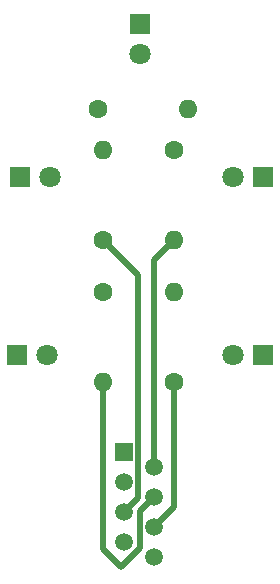
<source format=gbr>
%TF.GenerationSoftware,KiCad,Pcbnew,7.0.9*%
%TF.CreationDate,2023-12-13T17:14:35-05:00*%
%TF.ProjectId,Light Pcb,4c696768-7420-4506-9362-2e6b69636164,rev?*%
%TF.SameCoordinates,Original*%
%TF.FileFunction,Copper,L1,Top*%
%TF.FilePolarity,Positive*%
%FSLAX46Y46*%
G04 Gerber Fmt 4.6, Leading zero omitted, Abs format (unit mm)*
G04 Created by KiCad (PCBNEW 7.0.9) date 2023-12-13 17:14:35*
%MOMM*%
%LPD*%
G01*
G04 APERTURE LIST*
%TA.AperFunction,ComponentPad*%
%ADD10C,1.600000*%
%TD*%
%TA.AperFunction,ComponentPad*%
%ADD11O,1.600000X1.600000*%
%TD*%
%TA.AperFunction,ComponentPad*%
%ADD12C,1.500000*%
%TD*%
%TA.AperFunction,ComponentPad*%
%ADD13R,1.500000X1.500000*%
%TD*%
%TA.AperFunction,ComponentPad*%
%ADD14R,1.800000X1.800000*%
%TD*%
%TA.AperFunction,ComponentPad*%
%ADD15C,1.800000*%
%TD*%
%TA.AperFunction,Conductor*%
%ADD16C,0.500000*%
%TD*%
G04 APERTURE END LIST*
D10*
%TO.P,R5,1*%
%TO.N,Net-(J1-Pad5)*%
X98500000Y-67810000D03*
D11*
%TO.P,R5,2*%
%TO.N,Net-(D5-A)*%
X98500000Y-60190000D03*
%TD*%
D10*
%TO.P,R4,1*%
%TO.N,Net-(D4-A)*%
X98500000Y-72190000D03*
D11*
%TO.P,R4,2*%
%TO.N,Net-(J1-Pad4)*%
X98500000Y-79810000D03*
%TD*%
D10*
%TO.P,R3,1*%
%TO.N,Net-(J1-Pad6)*%
X104500000Y-79810000D03*
D11*
%TO.P,R3,2*%
%TO.N,Net-(D3-A)*%
X104500000Y-72190000D03*
%TD*%
D10*
%TO.P,R2,1*%
%TO.N,Net-(D2-A)*%
X104500000Y-60190000D03*
D11*
%TO.P,R2,2*%
%TO.N,Net-(J1-Pad2)*%
X104500000Y-67810000D03*
%TD*%
D10*
%TO.P,R1,1*%
%TO.N,Net-(J1-Pad1)*%
X98020000Y-56730000D03*
D11*
%TO.P,R1,2*%
%TO.N,Net-(D1-A)*%
X105640000Y-56730000D03*
%TD*%
D12*
%TO.P,J1,8*%
%TO.N,Net-(D1-K)*%
X102790000Y-94637500D03*
%TO.P,J1,7*%
X100250000Y-93367500D03*
%TO.P,J1,6*%
%TO.N,Net-(J1-Pad6)*%
X102790000Y-92097500D03*
%TO.P,J1,5*%
%TO.N,Net-(J1-Pad5)*%
X100250000Y-90827500D03*
%TO.P,J1,4*%
%TO.N,Net-(J1-Pad4)*%
X102790000Y-89557500D03*
%TO.P,J1,3*%
%TO.N,unconnected-(J1-Pad3)*%
X100250000Y-88287500D03*
%TO.P,J1,2*%
%TO.N,Net-(J1-Pad2)*%
X102790000Y-87017500D03*
D13*
%TO.P,J1,1*%
%TO.N,Net-(J1-Pad1)*%
X100250000Y-85747500D03*
%TD*%
D14*
%TO.P,D1,1,K*%
%TO.N,Net-(D1-K)*%
X101600000Y-49530000D03*
D15*
%TO.P,D1,2,A*%
%TO.N,Net-(D1-A)*%
X101600000Y-52070000D03*
%TD*%
D14*
%TO.P,D2,1,K*%
%TO.N,Net-(D1-K)*%
X112000000Y-62500000D03*
D15*
%TO.P,D2,2,A*%
%TO.N,Net-(D2-A)*%
X109460000Y-62500000D03*
%TD*%
D14*
%TO.P,D5,1,K*%
%TO.N,Net-(D1-K)*%
X91460000Y-62500000D03*
D15*
%TO.P,D5,2,A*%
%TO.N,Net-(D5-A)*%
X94000000Y-62500000D03*
%TD*%
D14*
%TO.P,D4,1,K*%
%TO.N,Net-(D1-K)*%
X91225000Y-77500000D03*
D15*
%TO.P,D4,2,A*%
%TO.N,Net-(D4-A)*%
X93765000Y-77500000D03*
%TD*%
D14*
%TO.P,D3,1,K*%
%TO.N,Net-(D1-K)*%
X112000000Y-77500000D03*
D15*
%TO.P,D3,2,A*%
%TO.N,Net-(D3-A)*%
X109460000Y-77500000D03*
%TD*%
D16*
%TO.N,Net-(J1-Pad5)*%
X101450000Y-70760000D02*
X98500000Y-67810000D01*
X101450000Y-89627500D02*
X101450000Y-70760000D01*
X100250000Y-90827500D02*
X101450000Y-89627500D01*
%TO.N,Net-(J1-Pad2)*%
X102790000Y-69520000D02*
X104500000Y-67810000D01*
X102790000Y-87017500D02*
X102790000Y-69520000D01*
%TO.N,Net-(J1-Pad6)*%
X104500000Y-90387500D02*
X102790000Y-92097500D01*
X104500000Y-79810000D02*
X104500000Y-90387500D01*
%TO.N,Net-(J1-Pad4)*%
X101590000Y-90757500D02*
X102790000Y-89557500D01*
X100000000Y-95500000D02*
X101590000Y-93910000D01*
X98500000Y-94000000D02*
X100000000Y-95500000D01*
X101590000Y-93910000D02*
X101590000Y-90757500D01*
X98500000Y-79810000D02*
X98500000Y-94000000D01*
%TD*%
M02*

</source>
